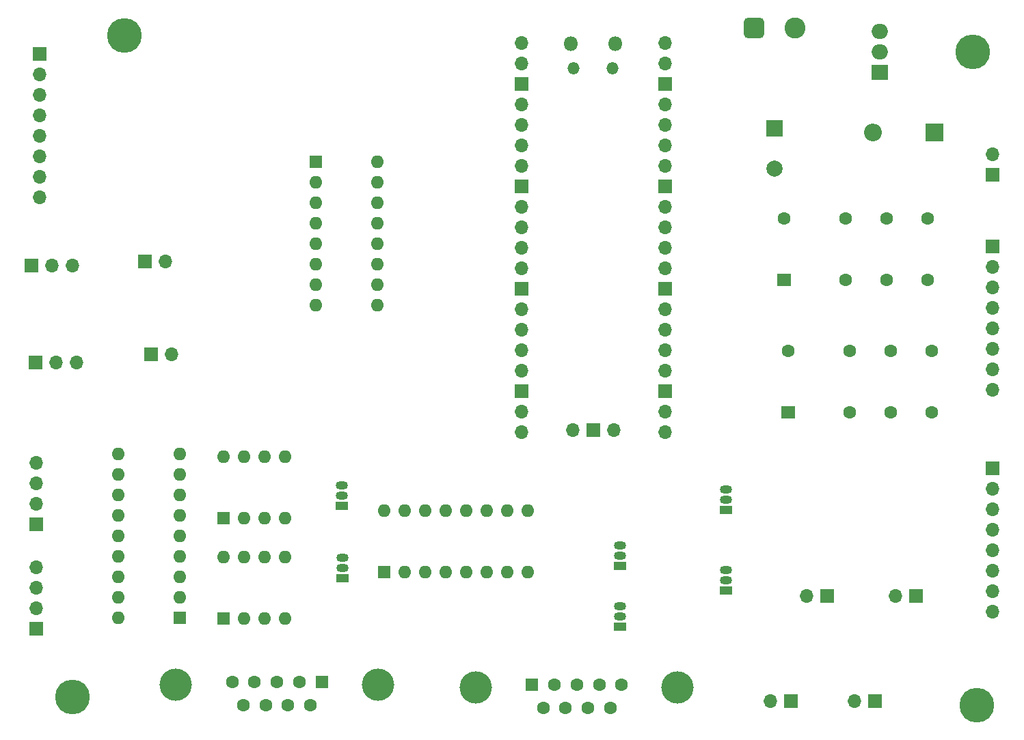
<source format=gbr>
%TF.GenerationSoftware,KiCad,Pcbnew,8.0.2*%
%TF.CreationDate,2024-05-06T20:09:05+02:00*%
%TF.ProjectId,sNs-Block,734e732d-426c-46f6-936b-2e6b69636164,rev?*%
%TF.SameCoordinates,Original*%
%TF.FileFunction,Soldermask,Bot*%
%TF.FilePolarity,Negative*%
%FSLAX46Y46*%
G04 Gerber Fmt 4.6, Leading zero omitted, Abs format (unit mm)*
G04 Created by KiCad (PCBNEW 8.0.2) date 2024-05-06 20:09:05*
%MOMM*%
%LPD*%
G01*
G04 APERTURE LIST*
G04 Aperture macros list*
%AMRoundRect*
0 Rectangle with rounded corners*
0 $1 Rounding radius*
0 $2 $3 $4 $5 $6 $7 $8 $9 X,Y pos of 4 corners*
0 Add a 4 corners polygon primitive as box body*
4,1,4,$2,$3,$4,$5,$6,$7,$8,$9,$2,$3,0*
0 Add four circle primitives for the rounded corners*
1,1,$1+$1,$2,$3*
1,1,$1+$1,$4,$5*
1,1,$1+$1,$6,$7*
1,1,$1+$1,$8,$9*
0 Add four rect primitives between the rounded corners*
20,1,$1+$1,$2,$3,$4,$5,0*
20,1,$1+$1,$4,$5,$6,$7,0*
20,1,$1+$1,$6,$7,$8,$9,0*
20,1,$1+$1,$8,$9,$2,$3,0*%
G04 Aperture macros list end*
%ADD10R,2.200000X2.200000*%
%ADD11O,2.200000X2.200000*%
%ADD12R,2.000000X2.000000*%
%ADD13C,2.000000*%
%ADD14R,1.700000X1.700000*%
%ADD15O,1.700000X1.700000*%
%ADD16R,1.500000X1.050000*%
%ADD17O,1.500000X1.050000*%
%ADD18C,4.300000*%
%ADD19R,1.600000X1.600000*%
%ADD20O,1.600000X1.600000*%
%ADD21O,1.800000X1.800000*%
%ADD22O,1.500000X1.500000*%
%ADD23C,1.600000*%
%ADD24R,1.800000X1.600000*%
%ADD25C,4.000000*%
%ADD26RoundRect,0.650000X-0.650000X-0.650000X0.650000X-0.650000X0.650000X0.650000X-0.650000X0.650000X0*%
%ADD27C,2.600000*%
%ADD28R,2.000000X1.905000*%
%ADD29O,2.000000X1.905000*%
G04 APERTURE END LIST*
D10*
%TO.C,D3*%
X191310000Y-32000000D03*
D11*
X183690000Y-32000000D03*
%TD*%
D12*
%TO.C,C3*%
X171500000Y-31500000D03*
D13*
X171500000Y-36500000D03*
%TD*%
D14*
%TO.C,J17*%
X173540000Y-102500000D03*
D15*
X171000000Y-102500000D03*
%TD*%
D16*
%TO.C,Q2*%
X165500000Y-88770000D03*
D17*
X165500000Y-87500000D03*
X165500000Y-86230000D03*
%TD*%
D14*
%TO.C,J9*%
X79420000Y-48500000D03*
D15*
X81960000Y-48500000D03*
X84500000Y-48500000D03*
%TD*%
D14*
%TO.C,J8*%
X93500000Y-48000000D03*
D15*
X96040000Y-48000000D03*
%TD*%
D18*
%TO.C,H3*%
X91000000Y-20000000D03*
%TD*%
D19*
%TO.C,U1*%
X114700000Y-35625000D03*
D20*
X114700000Y-38165000D03*
X114700000Y-40705000D03*
X114700000Y-43245000D03*
X114700000Y-45785000D03*
X114700000Y-48325000D03*
X114700000Y-50865000D03*
X114700000Y-53405000D03*
X122320000Y-53405000D03*
X122320000Y-50865000D03*
X122320000Y-48325000D03*
X122320000Y-45785000D03*
X122320000Y-43245000D03*
X122320000Y-40705000D03*
X122320000Y-38165000D03*
X122320000Y-35625000D03*
%TD*%
D16*
%TO.C,Q7*%
X152360000Y-85770000D03*
D17*
X152360000Y-84500000D03*
X152360000Y-83230000D03*
%TD*%
D14*
%TO.C,J13*%
X80000000Y-80580000D03*
D15*
X80000000Y-78040000D03*
X80000000Y-75500000D03*
X80000000Y-72960000D03*
%TD*%
D19*
%TO.C,U5*%
X103200000Y-79800000D03*
D20*
X105740000Y-79800000D03*
X108280000Y-79800000D03*
X110820000Y-79800000D03*
X110820000Y-72180000D03*
X108280000Y-72180000D03*
X105740000Y-72180000D03*
X103200000Y-72180000D03*
%TD*%
D16*
%TO.C,Q1*%
X165500000Y-78770000D03*
D17*
X165500000Y-77500000D03*
X165500000Y-76230000D03*
%TD*%
D19*
%TO.C,U4*%
X103200000Y-92300000D03*
D20*
X105740000Y-92300000D03*
X108280000Y-92300000D03*
X110820000Y-92300000D03*
X110820000Y-84680000D03*
X108280000Y-84680000D03*
X105740000Y-84680000D03*
X103200000Y-84680000D03*
%TD*%
D16*
%TO.C,Q5*%
X118000000Y-87270000D03*
D17*
X118000000Y-86000000D03*
X118000000Y-84730000D03*
%TD*%
D14*
%TO.C,J14*%
X183960000Y-102500000D03*
D15*
X181420000Y-102500000D03*
%TD*%
D14*
%TO.C,J6*%
X198525000Y-46125000D03*
D15*
X198525000Y-48665000D03*
X198525000Y-51205000D03*
X198525000Y-53745000D03*
X198525000Y-56285000D03*
X198525000Y-58825000D03*
X198525000Y-61365000D03*
X198525000Y-63905000D03*
%TD*%
D14*
%TO.C,J7*%
X198525000Y-73625000D03*
D15*
X198525000Y-76165000D03*
X198525000Y-78705000D03*
X198525000Y-81245000D03*
X198525000Y-83785000D03*
X198525000Y-86325000D03*
X198525000Y-88865000D03*
X198525000Y-91405000D03*
%TD*%
D21*
%TO.C,U2*%
X146275000Y-21000000D03*
D22*
X146575000Y-24030000D03*
X151425000Y-24030000D03*
D21*
X151725000Y-21000000D03*
D15*
X140110000Y-20870000D03*
X140110000Y-23410000D03*
D14*
X140110000Y-25950000D03*
D15*
X140110000Y-28490000D03*
X140110000Y-31030000D03*
X140110000Y-33570000D03*
X140110000Y-36110000D03*
D14*
X140110000Y-38650000D03*
D15*
X140110000Y-41190000D03*
X140110000Y-43730000D03*
X140110000Y-46270000D03*
X140110000Y-48810000D03*
D14*
X140110000Y-51350000D03*
D15*
X140110000Y-53890000D03*
X140110000Y-56430000D03*
X140110000Y-58970000D03*
X140110000Y-61510000D03*
D14*
X140110000Y-64050000D03*
D15*
X140110000Y-66590000D03*
X140110000Y-69130000D03*
X157890000Y-69130000D03*
X157890000Y-66590000D03*
D14*
X157890000Y-64050000D03*
D15*
X157890000Y-61510000D03*
X157890000Y-58970000D03*
X157890000Y-56430000D03*
X157890000Y-53890000D03*
D14*
X157890000Y-51350000D03*
D15*
X157890000Y-48810000D03*
X157890000Y-46270000D03*
X157890000Y-43730000D03*
X157890000Y-41190000D03*
D14*
X157890000Y-38650000D03*
D15*
X157890000Y-36110000D03*
X157890000Y-33570000D03*
X157890000Y-31030000D03*
X157890000Y-28490000D03*
D14*
X157890000Y-25950000D03*
D15*
X157890000Y-23410000D03*
X157890000Y-20870000D03*
X146460000Y-68900000D03*
D14*
X149000000Y-68900000D03*
D15*
X151540000Y-68900000D03*
%TD*%
D19*
%TO.C,U3*%
X123125000Y-86500000D03*
D20*
X125665000Y-86500000D03*
X128205000Y-86500000D03*
X130745000Y-86500000D03*
X133285000Y-86500000D03*
X135825000Y-86500000D03*
X138365000Y-86500000D03*
X140905000Y-86500000D03*
X140905000Y-78880000D03*
X138365000Y-78880000D03*
X135825000Y-78880000D03*
X133285000Y-78880000D03*
X130745000Y-78880000D03*
X128205000Y-78880000D03*
X125665000Y-78880000D03*
X123125000Y-78880000D03*
%TD*%
D18*
%TO.C,H2*%
X196000000Y-22000000D03*
%TD*%
D14*
%TO.C,J12*%
X80000000Y-93540000D03*
D15*
X80000000Y-91000000D03*
X80000000Y-88460000D03*
X80000000Y-85920000D03*
%TD*%
D23*
%TO.C,K2*%
X180802500Y-66737500D03*
X185882500Y-66737500D03*
X190962500Y-66737500D03*
X180802500Y-59117500D03*
X185882500Y-59117500D03*
X190962500Y-59117500D03*
D24*
X173182500Y-66737500D03*
D23*
X173182500Y-59117500D03*
%TD*%
D25*
%TO.C,J1*%
X97345000Y-100460000D03*
X122345000Y-100460000D03*
D19*
X115385000Y-100160000D03*
D23*
X112615000Y-100160000D03*
X109845000Y-100160000D03*
X107075000Y-100160000D03*
X104305000Y-100160000D03*
X114000000Y-103000000D03*
X111230000Y-103000000D03*
X108460000Y-103000000D03*
X105690000Y-103000000D03*
%TD*%
D16*
%TO.C,Q8*%
X117860000Y-78270000D03*
D17*
X117860000Y-77000000D03*
X117860000Y-75730000D03*
%TD*%
D16*
%TO.C,Q6*%
X152360000Y-93270000D03*
D17*
X152360000Y-92000000D03*
X152360000Y-90730000D03*
%TD*%
D14*
%TO.C,J16*%
X178000000Y-89500000D03*
D15*
X175460000Y-89500000D03*
%TD*%
D26*
%TO.C,JP5*%
X168960000Y-19000000D03*
D27*
X174040000Y-19000000D03*
%TD*%
D18*
%TO.C,H4*%
X84500000Y-102000000D03*
%TD*%
D14*
%TO.C,J11*%
X79920000Y-60500000D03*
D15*
X82460000Y-60500000D03*
X85000000Y-60500000D03*
%TD*%
D14*
%TO.C,J10*%
X94225000Y-59500000D03*
D15*
X96765000Y-59500000D03*
%TD*%
D23*
%TO.C,K1*%
X180302500Y-50237500D03*
X185382500Y-50237500D03*
X190462500Y-50237500D03*
X180302500Y-42617500D03*
X185382500Y-42617500D03*
X190462500Y-42617500D03*
D24*
X172682500Y-50237500D03*
D23*
X172682500Y-42617500D03*
%TD*%
D14*
%TO.C,J15*%
X189000000Y-89500000D03*
D15*
X186460000Y-89500000D03*
%TD*%
D28*
%TO.C,U7*%
X184500000Y-24500000D03*
D29*
X184500000Y-21960000D03*
X184500000Y-19420000D03*
%TD*%
D19*
%TO.C,U6*%
X97800000Y-92150000D03*
D20*
X97800000Y-89610000D03*
X97800000Y-87070000D03*
X97800000Y-84530000D03*
X97800000Y-81990000D03*
X97800000Y-79450000D03*
X97800000Y-76910000D03*
X97800000Y-74370000D03*
X97800000Y-71830000D03*
X90180000Y-71830000D03*
X90180000Y-74370000D03*
X90180000Y-76910000D03*
X90180000Y-79450000D03*
X90180000Y-81990000D03*
X90180000Y-84530000D03*
X90180000Y-87070000D03*
X90180000Y-89610000D03*
X90180000Y-92150000D03*
%TD*%
D14*
%TO.C,J18*%
X198475000Y-37250000D03*
D15*
X198475000Y-34710000D03*
%TD*%
D18*
%TO.C,H1*%
X196500000Y-103000000D03*
%TD*%
D14*
%TO.C,J3*%
X80500000Y-22260000D03*
D15*
X80500000Y-24800000D03*
X80500000Y-27340000D03*
X80500000Y-29880000D03*
X80500000Y-32420000D03*
X80500000Y-34960000D03*
X80500000Y-37500000D03*
X80500000Y-40040000D03*
%TD*%
D25*
%TO.C,J2*%
X134490000Y-100794669D03*
X159490000Y-100794669D03*
D19*
X141450000Y-100494669D03*
D23*
X144220000Y-100494669D03*
X146990000Y-100494669D03*
X149760000Y-100494669D03*
X152530000Y-100494669D03*
X142835000Y-103334669D03*
X145605000Y-103334669D03*
X148375000Y-103334669D03*
X151145000Y-103334669D03*
%TD*%
M02*

</source>
